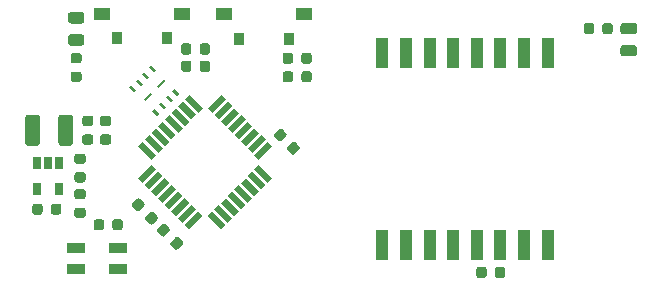
<source format=gbr>
%TF.GenerationSoftware,KiCad,Pcbnew,(5.1.6)-1*%
%TF.CreationDate,2020-12-01T11:19:40+01:00*%
%TF.ProjectId,LoRa_Dongle,4c6f5261-5f44-46f6-9e67-6c652e6b6963,rev?*%
%TF.SameCoordinates,Original*%
%TF.FileFunction,Paste,Top*%
%TF.FilePolarity,Positive*%
%FSLAX46Y46*%
G04 Gerber Fmt 4.6, Leading zero omitted, Abs format (unit mm)*
G04 Created by KiCad (PCBNEW (5.1.6)-1) date 2020-12-01 11:19:40*
%MOMM*%
%LPD*%
G01*
G04 APERTURE LIST*
%ADD10C,0.100000*%
%ADD11R,1.600000X0.850000*%
%ADD12R,1.450000X1.000000*%
%ADD13R,0.900000X1.000000*%
%ADD14R,1.000000X2.500000*%
%ADD15R,0.650000X1.060000*%
G04 APERTURE END LIST*
D10*
%TO.C,U2*%
G36*
X45548345Y57633438D02*
G01*
X44416974Y56502067D01*
X44028065Y56890976D01*
X45159436Y58022347D01*
X45548345Y57633438D01*
G37*
G36*
X44982660Y58199124D02*
G01*
X43851289Y57067753D01*
X43462380Y57456662D01*
X44593751Y58588033D01*
X44982660Y58199124D01*
G37*
G36*
X44416974Y58764809D02*
G01*
X43285603Y57633438D01*
X42896694Y58022347D01*
X44028065Y59153718D01*
X44416974Y58764809D01*
G37*
G36*
X43851289Y59330495D02*
G01*
X42719918Y58199124D01*
X42331009Y58588033D01*
X43462380Y59719404D01*
X43851289Y59330495D01*
G37*
G36*
X43285604Y59896180D02*
G01*
X42154233Y58764809D01*
X41765324Y59153718D01*
X42896695Y60285089D01*
X43285604Y59896180D01*
G37*
G36*
X42719918Y60461865D02*
G01*
X41588547Y59330494D01*
X41199638Y59719403D01*
X42331009Y60850774D01*
X42719918Y60461865D01*
G37*
G36*
X42154233Y61027551D02*
G01*
X41022862Y59896180D01*
X40633953Y60285089D01*
X41765324Y61416460D01*
X42154233Y61027551D01*
G37*
G36*
X41588547Y61593236D02*
G01*
X40457176Y60461865D01*
X40068267Y60850774D01*
X41199638Y61982145D01*
X41588547Y61593236D01*
G37*
G36*
X35677135Y55681824D02*
G01*
X34545764Y54550453D01*
X34156855Y54939362D01*
X35288226Y56070733D01*
X35677135Y55681824D01*
G37*
G36*
X36242820Y55116138D02*
G01*
X35111449Y53984767D01*
X34722540Y54373676D01*
X35853911Y55505047D01*
X36242820Y55116138D01*
G37*
G36*
X36808506Y54550453D02*
G01*
X35677135Y53419082D01*
X35288226Y53807991D01*
X36419597Y54939362D01*
X36808506Y54550453D01*
G37*
G36*
X37374191Y53984767D02*
G01*
X36242820Y52853396D01*
X35853911Y53242305D01*
X36985282Y54373676D01*
X37374191Y53984767D01*
G37*
G36*
X37939876Y53419082D02*
G01*
X36808505Y52287711D01*
X36419596Y52676620D01*
X37550967Y53807991D01*
X37939876Y53419082D01*
G37*
G36*
X38505562Y52853397D02*
G01*
X37374191Y51722026D01*
X36985282Y52110935D01*
X38116653Y53242306D01*
X38505562Y52853397D01*
G37*
G36*
X39071247Y52287711D02*
G01*
X37939876Y51156340D01*
X37550967Y51545249D01*
X38682338Y52676620D01*
X39071247Y52287711D01*
G37*
G36*
X39636933Y51722026D02*
G01*
X38505562Y50590655D01*
X38116653Y50979564D01*
X39248024Y52110935D01*
X39636933Y51722026D01*
G37*
G36*
X41588547Y50979564D02*
G01*
X41199638Y50590655D01*
X40068267Y51722026D01*
X40457176Y52110935D01*
X41588547Y50979564D01*
G37*
G36*
X42154233Y51545249D02*
G01*
X41765324Y51156340D01*
X40633953Y52287711D01*
X41022862Y52676620D01*
X42154233Y51545249D01*
G37*
G36*
X42719918Y52110935D02*
G01*
X42331009Y51722026D01*
X41199638Y52853397D01*
X41588547Y53242306D01*
X42719918Y52110935D01*
G37*
G36*
X43285604Y52676620D02*
G01*
X42896695Y52287711D01*
X41765324Y53419082D01*
X42154233Y53807991D01*
X43285604Y52676620D01*
G37*
G36*
X43851289Y53242305D02*
G01*
X43462380Y52853396D01*
X42331009Y53984767D01*
X42719918Y54373676D01*
X43851289Y53242305D01*
G37*
G36*
X44416974Y53807991D02*
G01*
X44028065Y53419082D01*
X42896694Y54550453D01*
X43285603Y54939362D01*
X44416974Y53807991D01*
G37*
G36*
X44982660Y54373676D02*
G01*
X44593751Y53984767D01*
X43462380Y55116138D01*
X43851289Y55505047D01*
X44982660Y54373676D01*
G37*
G36*
X45548345Y54939362D02*
G01*
X45159436Y54550453D01*
X44028065Y55681824D01*
X44416974Y56070733D01*
X45548345Y54939362D01*
G37*
G36*
X39636933Y60850774D02*
G01*
X39248024Y60461865D01*
X38116653Y61593236D01*
X38505562Y61982145D01*
X39636933Y60850774D01*
G37*
G36*
X39071247Y60285089D02*
G01*
X38682338Y59896180D01*
X37550967Y61027551D01*
X37939876Y61416460D01*
X39071247Y60285089D01*
G37*
G36*
X38505562Y59719403D02*
G01*
X38116653Y59330494D01*
X36985282Y60461865D01*
X37374191Y60850774D01*
X38505562Y59719403D01*
G37*
G36*
X37939876Y59153718D02*
G01*
X37550967Y58764809D01*
X36419596Y59896180D01*
X36808505Y60285089D01*
X37939876Y59153718D01*
G37*
G36*
X37374191Y58588033D02*
G01*
X36985282Y58199124D01*
X35853911Y59330495D01*
X36242820Y59719404D01*
X37374191Y58588033D01*
G37*
G36*
X36808506Y58022347D02*
G01*
X36419597Y57633438D01*
X35288226Y58764809D01*
X35677135Y59153718D01*
X36808506Y58022347D01*
G37*
G36*
X36242820Y57456662D02*
G01*
X35853911Y57067753D01*
X34722540Y58199124D01*
X35111449Y58588033D01*
X36242820Y57456662D01*
G37*
G36*
X35677135Y56890976D02*
G01*
X35288226Y56502067D01*
X34156855Y57633438D01*
X34545764Y58022347D01*
X35677135Y56890976D01*
G37*
%TD*%
%TO.C,C1*%
G36*
G01*
X37814800Y65605950D02*
X37814800Y66118450D01*
G75*
G02*
X38033550Y66337200I218750J0D01*
G01*
X38471050Y66337200D01*
G75*
G02*
X38689800Y66118450I0J-218750D01*
G01*
X38689800Y65605950D01*
G75*
G02*
X38471050Y65387200I-218750J0D01*
G01*
X38033550Y65387200D01*
G75*
G02*
X37814800Y65605950I0J218750D01*
G01*
G37*
G36*
G01*
X39389800Y65605950D02*
X39389800Y66118450D01*
G75*
G02*
X39608550Y66337200I218750J0D01*
G01*
X40046050Y66337200D01*
G75*
G02*
X40264800Y66118450I0J-218750D01*
G01*
X40264800Y65605950D01*
G75*
G02*
X40046050Y65387200I-218750J0D01*
G01*
X39608550Y65387200D01*
G75*
G02*
X39389800Y65605950I0J218750D01*
G01*
G37*
%TD*%
%TO.C,C2*%
G36*
G01*
X48000400Y63243750D02*
X48000400Y63756250D01*
G75*
G02*
X48219150Y63975000I218750J0D01*
G01*
X48656650Y63975000D01*
G75*
G02*
X48875400Y63756250I0J-218750D01*
G01*
X48875400Y63243750D01*
G75*
G02*
X48656650Y63025000I-218750J0D01*
G01*
X48219150Y63025000D01*
G75*
G02*
X48000400Y63243750I0J218750D01*
G01*
G37*
G36*
G01*
X46425400Y63243750D02*
X46425400Y63756250D01*
G75*
G02*
X46644150Y63975000I218750J0D01*
G01*
X47081650Y63975000D01*
G75*
G02*
X47300400Y63756250I0J-218750D01*
G01*
X47300400Y63243750D01*
G75*
G02*
X47081650Y63025000I-218750J0D01*
G01*
X46644150Y63025000D01*
G75*
G02*
X46425400Y63243750I0J218750D01*
G01*
G37*
%TD*%
%TO.C,C3*%
G36*
G01*
X45713998Y58698610D02*
X46076390Y59061003D01*
G75*
G02*
X46385750Y59061003I154680J-154680D01*
G01*
X46695109Y58751644D01*
G75*
G02*
X46695109Y58442284I-154680J-154680D01*
G01*
X46332716Y58079891D01*
G75*
G02*
X46023356Y58079891I-154680J154680D01*
G01*
X45713997Y58389250D01*
G75*
G02*
X45713997Y58698610I154680J154680D01*
G01*
G37*
G36*
G01*
X46827692Y57584916D02*
X47190084Y57947309D01*
G75*
G02*
X47499444Y57947309I154680J-154680D01*
G01*
X47808803Y57637950D01*
G75*
G02*
X47808803Y57328590I-154680J-154680D01*
G01*
X47446410Y56966197D01*
G75*
G02*
X47137050Y56966197I-154680J154680D01*
G01*
X46827691Y57275556D01*
G75*
G02*
X46827691Y57584916I154680J154680D01*
G01*
G37*
%TD*%
%TO.C,C4*%
G36*
G01*
X36947092Y49533116D02*
X37309484Y49895509D01*
G75*
G02*
X37618844Y49895509I154680J-154680D01*
G01*
X37928203Y49586150D01*
G75*
G02*
X37928203Y49276790I-154680J-154680D01*
G01*
X37565810Y48914397D01*
G75*
G02*
X37256450Y48914397I-154680J154680D01*
G01*
X36947091Y49223756D01*
G75*
G02*
X36947091Y49533116I154680J154680D01*
G01*
G37*
G36*
G01*
X35833398Y50646810D02*
X36195790Y51009203D01*
G75*
G02*
X36505150Y51009203I154680J-154680D01*
G01*
X36814509Y50699844D01*
G75*
G02*
X36814509Y50390484I-154680J-154680D01*
G01*
X36452116Y50028091D01*
G75*
G02*
X36142756Y50028091I-154680J154680D01*
G01*
X35833397Y50337450D01*
G75*
G02*
X35833397Y50646810I154680J154680D01*
G01*
G37*
%TD*%
%TO.C,C5*%
G36*
G01*
X34680908Y52524084D02*
X34318516Y52161691D01*
G75*
G02*
X34009156Y52161691I-154680J154680D01*
G01*
X33699797Y52471050D01*
G75*
G02*
X33699797Y52780410I154680J154680D01*
G01*
X34062190Y53142803D01*
G75*
G02*
X34371550Y53142803I154680J-154680D01*
G01*
X34680909Y52833444D01*
G75*
G02*
X34680909Y52524084I-154680J-154680D01*
G01*
G37*
G36*
G01*
X35794602Y51410390D02*
X35432210Y51047997D01*
G75*
G02*
X35122850Y51047997I-154680J154680D01*
G01*
X34813491Y51357356D01*
G75*
G02*
X34813491Y51666716I154680J154680D01*
G01*
X35175884Y52029109D01*
G75*
G02*
X35485244Y52029109I154680J-154680D01*
G01*
X35794603Y51719750D01*
G75*
G02*
X35794603Y51410390I-154680J-154680D01*
G01*
G37*
%TD*%
%TO.C,C6*%
G36*
G01*
X25216400Y52042350D02*
X25216400Y52554850D01*
G75*
G02*
X25435150Y52773600I218750J0D01*
G01*
X25872650Y52773600D01*
G75*
G02*
X26091400Y52554850I0J-218750D01*
G01*
X26091400Y52042350D01*
G75*
G02*
X25872650Y51823600I-218750J0D01*
G01*
X25435150Y51823600D01*
G75*
G02*
X25216400Y52042350I0J218750D01*
G01*
G37*
G36*
G01*
X26791400Y52042350D02*
X26791400Y52554850D01*
G75*
G02*
X27010150Y52773600I218750J0D01*
G01*
X27447650Y52773600D01*
G75*
G02*
X27666400Y52554850I0J-218750D01*
G01*
X27666400Y52042350D01*
G75*
G02*
X27447650Y51823600I-218750J0D01*
G01*
X27010150Y51823600D01*
G75*
G02*
X26791400Y52042350I0J218750D01*
G01*
G37*
%TD*%
%TO.C,C9*%
G36*
G01*
X30177450Y57753800D02*
X29664950Y57753800D01*
G75*
G02*
X29446200Y57972550I0J218750D01*
G01*
X29446200Y58410050D01*
G75*
G02*
X29664950Y58628800I218750J0D01*
G01*
X30177450Y58628800D01*
G75*
G02*
X30396200Y58410050I0J-218750D01*
G01*
X30396200Y57972550D01*
G75*
G02*
X30177450Y57753800I-218750J0D01*
G01*
G37*
G36*
G01*
X30177450Y59328800D02*
X29664950Y59328800D01*
G75*
G02*
X29446200Y59547550I0J218750D01*
G01*
X29446200Y59985050D01*
G75*
G02*
X29664950Y60203800I218750J0D01*
G01*
X30177450Y60203800D01*
G75*
G02*
X30396200Y59985050I0J-218750D01*
G01*
X30396200Y59547550D01*
G75*
G02*
X30177450Y59328800I-218750J0D01*
G01*
G37*
%TD*%
%TO.C,C10*%
G36*
G01*
X31676050Y59328800D02*
X31163550Y59328800D01*
G75*
G02*
X30944800Y59547550I0J218750D01*
G01*
X30944800Y59985050D01*
G75*
G02*
X31163550Y60203800I218750J0D01*
G01*
X31676050Y60203800D01*
G75*
G02*
X31894800Y59985050I0J-218750D01*
G01*
X31894800Y59547550D01*
G75*
G02*
X31676050Y59328800I-218750J0D01*
G01*
G37*
G36*
G01*
X31676050Y57753800D02*
X31163550Y57753800D01*
G75*
G02*
X30944800Y57972550I0J218750D01*
G01*
X30944800Y58410050D01*
G75*
G02*
X31163550Y58628800I218750J0D01*
G01*
X31676050Y58628800D01*
G75*
G02*
X31894800Y58410050I0J-218750D01*
G01*
X31894800Y57972550D01*
G75*
G02*
X31676050Y57753800I-218750J0D01*
G01*
G37*
%TD*%
D11*
%TO.C,D1*%
X28933200Y49008000D03*
X28933200Y47258000D03*
X32433200Y49008000D03*
X32433200Y47258000D03*
%TD*%
%TO.C,D2*%
G36*
G01*
X28474350Y68989000D02*
X29386850Y68989000D01*
G75*
G02*
X29630600Y68745250I0J-243750D01*
G01*
X29630600Y68257750D01*
G75*
G02*
X29386850Y68014000I-243750J0D01*
G01*
X28474350Y68014000D01*
G75*
G02*
X28230600Y68257750I0J243750D01*
G01*
X28230600Y68745250D01*
G75*
G02*
X28474350Y68989000I243750J0D01*
G01*
G37*
G36*
G01*
X28474350Y67114000D02*
X29386850Y67114000D01*
G75*
G02*
X29630600Y66870250I0J-243750D01*
G01*
X29630600Y66382750D01*
G75*
G02*
X29386850Y66139000I-243750J0D01*
G01*
X28474350Y66139000D01*
G75*
G02*
X28230600Y66382750I0J243750D01*
G01*
X28230600Y66870250D01*
G75*
G02*
X28474350Y67114000I243750J0D01*
G01*
G37*
%TD*%
%TO.C,D3*%
G36*
G01*
X76173650Y67099600D02*
X75261150Y67099600D01*
G75*
G02*
X75017400Y67343350I0J243750D01*
G01*
X75017400Y67830850D01*
G75*
G02*
X75261150Y68074600I243750J0D01*
G01*
X76173650Y68074600D01*
G75*
G02*
X76417400Y67830850I0J-243750D01*
G01*
X76417400Y67343350D01*
G75*
G02*
X76173650Y67099600I-243750J0D01*
G01*
G37*
G36*
G01*
X76173650Y65224600D02*
X75261150Y65224600D01*
G75*
G02*
X75017400Y65468350I0J243750D01*
G01*
X75017400Y65955850D01*
G75*
G02*
X75261150Y66199600I243750J0D01*
G01*
X76173650Y66199600D01*
G75*
G02*
X76417400Y65955850I0J-243750D01*
G01*
X76417400Y65468350D01*
G75*
G02*
X76173650Y65224600I-243750J0D01*
G01*
G37*
%TD*%
%TO.C,L2*%
G36*
G01*
X24619600Y57903800D02*
X24619600Y60053800D01*
G75*
G02*
X24869600Y60303800I250000J0D01*
G01*
X25619600Y60303800D01*
G75*
G02*
X25869600Y60053800I0J-250000D01*
G01*
X25869600Y57903800D01*
G75*
G02*
X25619600Y57653800I-250000J0D01*
G01*
X24869600Y57653800D01*
G75*
G02*
X24619600Y57903800I0J250000D01*
G01*
G37*
G36*
G01*
X27419600Y57903800D02*
X27419600Y60053800D01*
G75*
G02*
X27669600Y60303800I250000J0D01*
G01*
X28419600Y60303800D01*
G75*
G02*
X28669600Y60053800I0J-250000D01*
G01*
X28669600Y57903800D01*
G75*
G02*
X28419600Y57653800I-250000J0D01*
G01*
X27669600Y57653800D01*
G75*
G02*
X27419600Y57903800I0J250000D01*
G01*
G37*
%TD*%
%TO.C,R1*%
G36*
G01*
X38689800Y64645250D02*
X38689800Y64132750D01*
G75*
G02*
X38471050Y63914000I-218750J0D01*
G01*
X38033550Y63914000D01*
G75*
G02*
X37814800Y64132750I0J218750D01*
G01*
X37814800Y64645250D01*
G75*
G02*
X38033550Y64864000I218750J0D01*
G01*
X38471050Y64864000D01*
G75*
G02*
X38689800Y64645250I0J-218750D01*
G01*
G37*
G36*
G01*
X40264800Y64645250D02*
X40264800Y64132750D01*
G75*
G02*
X40046050Y63914000I-218750J0D01*
G01*
X39608550Y63914000D01*
G75*
G02*
X39389800Y64132750I0J218750D01*
G01*
X39389800Y64645250D01*
G75*
G02*
X39608550Y64864000I218750J0D01*
G01*
X40046050Y64864000D01*
G75*
G02*
X40264800Y64645250I0J-218750D01*
G01*
G37*
%TD*%
%TO.C,R2*%
G36*
G01*
X47300400Y65331050D02*
X47300400Y64818550D01*
G75*
G02*
X47081650Y64599800I-218750J0D01*
G01*
X46644150Y64599800D01*
G75*
G02*
X46425400Y64818550I0J218750D01*
G01*
X46425400Y65331050D01*
G75*
G02*
X46644150Y65549800I218750J0D01*
G01*
X47081650Y65549800D01*
G75*
G02*
X47300400Y65331050I0J-218750D01*
G01*
G37*
G36*
G01*
X48875400Y65331050D02*
X48875400Y64818550D01*
G75*
G02*
X48656650Y64599800I-218750J0D01*
G01*
X48219150Y64599800D01*
G75*
G02*
X48000400Y64818550I0J218750D01*
G01*
X48000400Y65331050D01*
G75*
G02*
X48219150Y65549800I218750J0D01*
G01*
X48656650Y65549800D01*
G75*
G02*
X48875400Y65331050I0J-218750D01*
G01*
G37*
%TD*%
%TO.C,R3*%
G36*
G01*
X32873400Y51234050D02*
X32873400Y50721550D01*
G75*
G02*
X32654650Y50502800I-218750J0D01*
G01*
X32217150Y50502800D01*
G75*
G02*
X31998400Y50721550I0J218750D01*
G01*
X31998400Y51234050D01*
G75*
G02*
X32217150Y51452800I218750J0D01*
G01*
X32654650Y51452800D01*
G75*
G02*
X32873400Y51234050I0J-218750D01*
G01*
G37*
G36*
G01*
X31298400Y51234050D02*
X31298400Y50721550D01*
G75*
G02*
X31079650Y50502800I-218750J0D01*
G01*
X30642150Y50502800D01*
G75*
G02*
X30423400Y50721550I0J218750D01*
G01*
X30423400Y51234050D01*
G75*
G02*
X30642150Y51452800I218750J0D01*
G01*
X31079650Y51452800D01*
G75*
G02*
X31298400Y51234050I0J-218750D01*
G01*
G37*
%TD*%
%TO.C,R4*%
G36*
G01*
X29186850Y64637400D02*
X28674350Y64637400D01*
G75*
G02*
X28455600Y64856150I0J218750D01*
G01*
X28455600Y65293650D01*
G75*
G02*
X28674350Y65512400I218750J0D01*
G01*
X29186850Y65512400D01*
G75*
G02*
X29405600Y65293650I0J-218750D01*
G01*
X29405600Y64856150D01*
G75*
G02*
X29186850Y64637400I-218750J0D01*
G01*
G37*
G36*
G01*
X29186850Y63062400D02*
X28674350Y63062400D01*
G75*
G02*
X28455600Y63281150I0J218750D01*
G01*
X28455600Y63718650D01*
G75*
G02*
X28674350Y63937400I218750J0D01*
G01*
X29186850Y63937400D01*
G75*
G02*
X29405600Y63718650I0J-218750D01*
G01*
X29405600Y63281150D01*
G75*
G02*
X29186850Y63062400I-218750J0D01*
G01*
G37*
%TD*%
%TO.C,R5*%
G36*
G01*
X71901600Y67333150D02*
X71901600Y67845650D01*
G75*
G02*
X72120350Y68064400I218750J0D01*
G01*
X72557850Y68064400D01*
G75*
G02*
X72776600Y67845650I0J-218750D01*
G01*
X72776600Y67333150D01*
G75*
G02*
X72557850Y67114400I-218750J0D01*
G01*
X72120350Y67114400D01*
G75*
G02*
X71901600Y67333150I0J218750D01*
G01*
G37*
G36*
G01*
X73476600Y67333150D02*
X73476600Y67845650D01*
G75*
G02*
X73695350Y68064400I218750J0D01*
G01*
X74132850Y68064400D01*
G75*
G02*
X74351600Y67845650I0J-218750D01*
G01*
X74351600Y67333150D01*
G75*
G02*
X74132850Y67114400I-218750J0D01*
G01*
X73695350Y67114400D01*
G75*
G02*
X73476600Y67333150I0J218750D01*
G01*
G37*
%TD*%
%TO.C,R6*%
G36*
G01*
X62808400Y46682950D02*
X62808400Y47195450D01*
G75*
G02*
X63027150Y47414200I218750J0D01*
G01*
X63464650Y47414200D01*
G75*
G02*
X63683400Y47195450I0J-218750D01*
G01*
X63683400Y46682950D01*
G75*
G02*
X63464650Y46464200I-218750J0D01*
G01*
X63027150Y46464200D01*
G75*
G02*
X62808400Y46682950I0J218750D01*
G01*
G37*
G36*
G01*
X64383400Y46682950D02*
X64383400Y47195450D01*
G75*
G02*
X64602150Y47414200I218750J0D01*
G01*
X65039650Y47414200D01*
G75*
G02*
X65258400Y47195450I0J-218750D01*
G01*
X65258400Y46682950D01*
G75*
G02*
X65039650Y46464200I-218750J0D01*
G01*
X64602150Y46464200D01*
G75*
G02*
X64383400Y46682950I0J218750D01*
G01*
G37*
%TD*%
%TO.C,R7*%
G36*
G01*
X29004550Y55428400D02*
X29517050Y55428400D01*
G75*
G02*
X29735800Y55209650I0J-218750D01*
G01*
X29735800Y54772150D01*
G75*
G02*
X29517050Y54553400I-218750J0D01*
G01*
X29004550Y54553400D01*
G75*
G02*
X28785800Y54772150I0J218750D01*
G01*
X28785800Y55209650D01*
G75*
G02*
X29004550Y55428400I218750J0D01*
G01*
G37*
G36*
G01*
X29004550Y57003400D02*
X29517050Y57003400D01*
G75*
G02*
X29735800Y56784650I0J-218750D01*
G01*
X29735800Y56347150D01*
G75*
G02*
X29517050Y56128400I-218750J0D01*
G01*
X29004550Y56128400D01*
G75*
G02*
X28785800Y56347150I0J218750D01*
G01*
X28785800Y56784650D01*
G75*
G02*
X29004550Y57003400I218750J0D01*
G01*
G37*
%TD*%
%TO.C,R8*%
G36*
G01*
X29004550Y54006200D02*
X29517050Y54006200D01*
G75*
G02*
X29735800Y53787450I0J-218750D01*
G01*
X29735800Y53349950D01*
G75*
G02*
X29517050Y53131200I-218750J0D01*
G01*
X29004550Y53131200D01*
G75*
G02*
X28785800Y53349950I0J218750D01*
G01*
X28785800Y53787450D01*
G75*
G02*
X29004550Y54006200I218750J0D01*
G01*
G37*
G36*
G01*
X29004550Y52431200D02*
X29517050Y52431200D01*
G75*
G02*
X29735800Y52212450I0J-218750D01*
G01*
X29735800Y51774950D01*
G75*
G02*
X29517050Y51556200I-218750J0D01*
G01*
X29004550Y51556200D01*
G75*
G02*
X28785800Y51774950I0J218750D01*
G01*
X28785800Y52212450D01*
G75*
G02*
X29004550Y52431200I218750J0D01*
G01*
G37*
%TD*%
D12*
%TO.C,SW1*%
X37893200Y68851200D03*
X31093200Y68851200D03*
D13*
X32393200Y66751200D03*
X36593200Y66751200D03*
%TD*%
%TO.C,SW2*%
X46931000Y66700400D03*
X42731000Y66700400D03*
D12*
X41431000Y68800400D03*
X48231000Y68800400D03*
%TD*%
D10*
%TO.C,U1*%
G36*
X35989939Y60382776D02*
G01*
X35813163Y60206000D01*
X35388899Y60630264D01*
X35565675Y60807040D01*
X35989939Y60382776D01*
G37*
G36*
X34010040Y62362675D02*
G01*
X33833264Y62185899D01*
X33409000Y62610163D01*
X33585776Y62786939D01*
X34010040Y62362675D01*
G37*
G36*
X36555625Y60948462D02*
G01*
X36378849Y60771686D01*
X35954585Y61195950D01*
X36131361Y61372726D01*
X36555625Y60948462D01*
G37*
G36*
X37121310Y61514147D02*
G01*
X36944534Y61337371D01*
X36520270Y61761635D01*
X36697046Y61938411D01*
X37121310Y61514147D01*
G37*
G36*
X37686996Y62079833D02*
G01*
X37510220Y61903057D01*
X37085956Y62327321D01*
X37262732Y62504097D01*
X37686996Y62079833D01*
G37*
G36*
X34575726Y62928361D02*
G01*
X34398950Y62751585D01*
X33974686Y63175849D01*
X34151462Y63352625D01*
X34575726Y62928361D01*
G37*
G36*
X35141411Y63494046D02*
G01*
X34964635Y63317270D01*
X34540371Y63741534D01*
X34717147Y63918310D01*
X35141411Y63494046D01*
G37*
G36*
X35707097Y64059732D02*
G01*
X35530321Y63882956D01*
X35106057Y64307220D01*
X35282833Y64483996D01*
X35707097Y64059732D01*
G37*
G36*
X36481379Y63136958D02*
G01*
X35915694Y62571273D01*
X35774273Y62712694D01*
X36339958Y63278379D01*
X36481379Y63136958D01*
G37*
G36*
X35367827Y62023406D02*
G01*
X34802142Y61457721D01*
X34660721Y61599142D01*
X35226406Y62164827D01*
X35367827Y62023406D01*
G37*
%TD*%
D14*
%TO.C,U3*%
X54849000Y49304000D03*
X56849000Y49304000D03*
X58849000Y49304000D03*
X60849000Y49304000D03*
X62849000Y49304000D03*
X64849000Y49304000D03*
X66849000Y49304000D03*
X68849000Y49304000D03*
X68849000Y65504000D03*
X66849000Y65504000D03*
X64849000Y65504000D03*
X62849000Y65504000D03*
X60849000Y65504000D03*
X58849000Y65504000D03*
X56849000Y65504000D03*
X54849000Y65504000D03*
%TD*%
D15*
%TO.C,U4*%
X27518400Y56192600D03*
X26568400Y56192600D03*
X25618400Y56192600D03*
X25618400Y53992600D03*
X27518400Y53992600D03*
%TD*%
M02*

</source>
